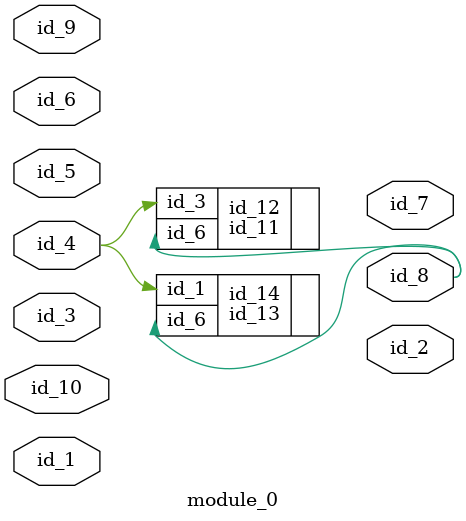
<source format=v>
module module_0 (
    id_1,
    id_2,
    id_3,
    id_4,
    id_5,
    id_6,
    id_7,
    id_8,
    id_9,
    id_10
);
  input id_10;
  input id_9;
  output id_8;
  output id_7;
  input id_6;
  input id_5;
  input id_4;
  input id_3;
  output id_2;
  input id_1;
  id_11 id_12 (
      .id_3(id_4),
      .id_6(id_8)
  );
  id_13 id_14 (
      .id_1(id_2),
      .id_6(id_8 & id_8),
      .id_1(id_4)
  );
endmodule

</source>
